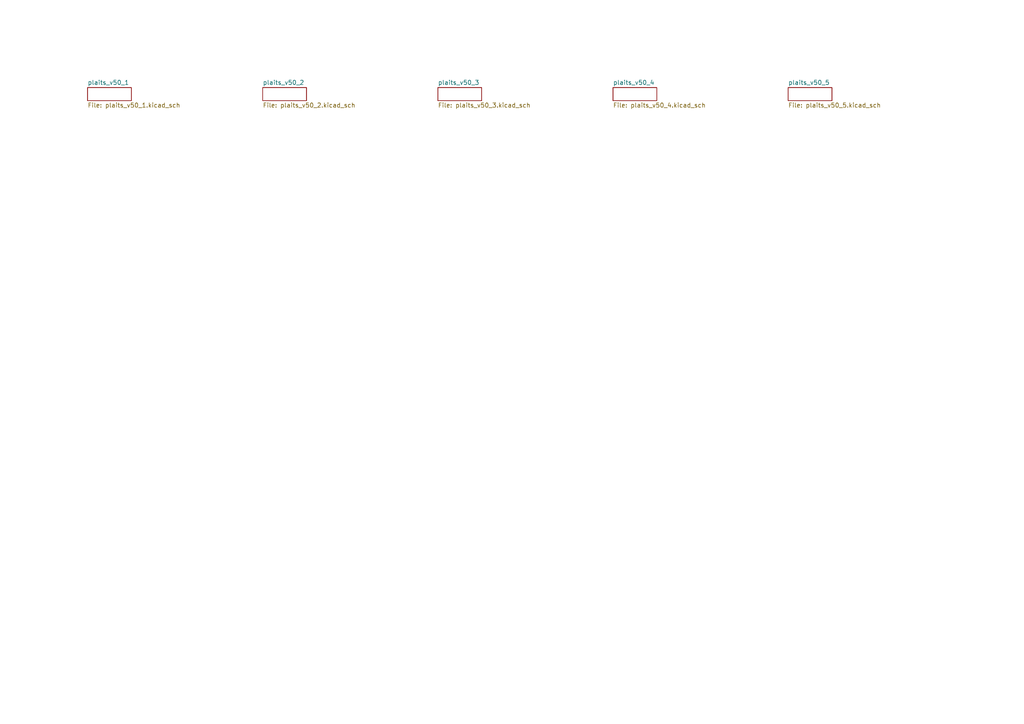
<source format=kicad_sch>
(kicad_sch (version 20230121) (generator eeschema)
  (paper "A4")
  (lib_symbols)
  (sheet (at 228.6 25.4) (size 12.7 3.81)
    (property "Sheetname" "plaits_v50_5" (at 228.6 24.6884 0) (effects (justify left bottom)))
    (property "Sheetfile" "plaits_v50_5.kicad_sch" (at 228.6 29.7946 0) (effects (justify left top)))
  )
  (sheet (at 127 25.4) (size 12.7 3.81)
    (property "Sheetname" "plaits_v50_3" (at 127 24.6884 0) (effects (justify left bottom)))
    (property "Sheetfile" "plaits_v50_3.kicad_sch" (at 127 29.7946 0) (effects (justify left top)))
  )
  (sheet (at 25.4 25.4) (size 12.7 3.81)
    (property "Sheetname" "plaits_v50_1" (at 25.4 24.6884 0) (effects (justify left bottom)))
    (property "Sheetfile" "plaits_v50_1.kicad_sch" (at 25.4 29.7946 0) (effects (justify left top)))
  )
  (sheet (at 76.2 25.4) (size 12.7 3.81)
    (property "Sheetname" "plaits_v50_2" (at 76.2 24.6884 0) (effects (justify left bottom)))
    (property "Sheetfile" "plaits_v50_2.kicad_sch" (at 76.2 29.7946 0) (effects (justify left top)))
  )
  (sheet (at 177.8 25.4) (size 12.7 3.81)
    (property "Sheetname" "plaits_v50_4" (at 177.8 24.6884 0) (effects (justify left bottom)))
    (property "Sheetfile" "plaits_v50_4.kicad_sch" (at 177.8 29.7946 0) (effects (justify left top)))
  )
)
</source>
